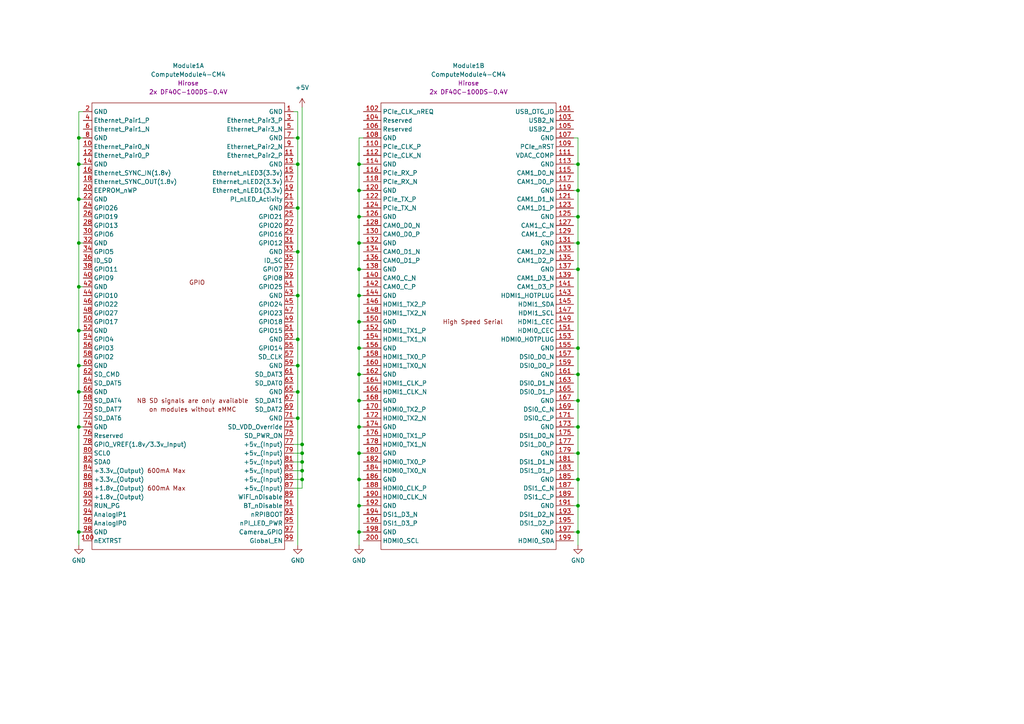
<source format=kicad_sch>
(kicad_sch (version 20211123) (generator eeschema)
  (paper "A4")
  (lib_symbols
    (symbol "CM4IO:ComputeModule4-CM4"
      (property "Reference" "Module" (at 113.03 -68.58 0))
      (property "Value" "ComputeModule4-CM4" (at 140.97 2.54 0))
      (property "Field4" "Hirose" (at 0 0 0))
      (property "Field5" "2x DF40C-100DS-0.4V" (at 0 -2.54 0))
      (symbol "ComputeModule4-CM4_1_0"
        (text "GPIO" (at 0 6.35 0) (effects (font (size 1.27 1.27))))
      )
      (symbol "ComputeModule4-CM4_1_1"
        (rectangle (start -30.48 -71.12) (end 25.4 58.42))
        (text "600mA Max" (at -8.89 -53.34 0) (effects (font (size 1.27 1.27))))
        (text "600mA Max" (at -8.89 -48.26 0) (effects (font (size 1.27 1.27))))
        (text "NB SD signals are only available" (at -1.27 -27.94 0) (effects (font (size 1.27 1.27))))
        (text "on modules without eMMC" (at -1.27 -30.48 0) (effects (font (size 1.27 1.27))))
        (pin power_in line (at 27.94 55.88 180) (length 2.54) (name "GND") (number "1"))
        (pin passive line (at -33.02 45.72 0) (length 2.54) (name "Ethernet_Pair0_N") (number "10"))
        (pin output line (at -33.02 -68.58 0) (length 2.54) (name "nEXTRST") (number "100"))
        (pin passive line (at 27.94 43.18 180) (length 2.54) (name "Ethernet_Pair2_P") (number "11"))
        (pin passive line (at -33.02 43.18 0) (length 2.54) (name "Ethernet_Pair0_P") (number "12"))
        (pin power_in line (at 27.94 40.64 180) (length 2.54) (name "GND") (number "13"))
        (pin power_in line (at -33.02 40.64 0) (length 2.54) (name "GND") (number "14"))
        (pin output line (at 27.94 38.1 180) (length 2.54) (name "Ethernet_nLED3(3.3v)") (number "15"))
        (pin input line (at -33.02 38.1 0) (length 2.54) (name "Ethernet_SYNC_IN(1.8v)") (number "16"))
        (pin output line (at 27.94 35.56 180) (length 2.54) (name "Ethernet_nLED2(3.3v)") (number "17"))
        (pin input line (at -33.02 35.56 0) (length 2.54) (name "Ethernet_SYNC_OUT(1.8v)") (number "18"))
        (pin output line (at 27.94 33.02 180) (length 2.54) (name "Ethernet_nLED1(3.3v)") (number "19"))
        (pin power_in line (at -33.02 55.88 0) (length 2.54) (name "GND") (number "2"))
        (pin passive line (at -33.02 33.02 0) (length 2.54) (name "EEPROM_nWP") (number "20"))
        (pin open_collector line (at 27.94 30.48 180) (length 2.54) (name "PI_nLED_Activity") (number "21"))
        (pin power_in line (at -33.02 30.48 0) (length 2.54) (name "GND") (number "22"))
        (pin power_in line (at 27.94 27.94 180) (length 2.54) (name "GND") (number "23"))
        (pin passive line (at -33.02 27.94 0) (length 2.54) (name "GPIO26") (number "24"))
        (pin passive line (at 27.94 25.4 180) (length 2.54) (name "GPIO21") (number "25"))
        (pin passive line (at -33.02 25.4 0) (length 2.54) (name "GPIO19") (number "26"))
        (pin passive line (at 27.94 22.86 180) (length 2.54) (name "GPIO20") (number "27"))
        (pin passive line (at -33.02 22.86 0) (length 2.54) (name "GPIO13") (number "28"))
        (pin passive line (at 27.94 20.32 180) (length 2.54) (name "GPIO16") (number "29"))
        (pin passive line (at 27.94 53.34 180) (length 2.54) (name "Ethernet_Pair3_P") (number "3"))
        (pin passive line (at -33.02 20.32 0) (length 2.54) (name "GPIO6") (number "30"))
        (pin passive line (at 27.94 17.78 180) (length 2.54) (name "GPIO12") (number "31"))
        (pin power_in line (at -33.02 17.78 0) (length 2.54) (name "GND") (number "32"))
        (pin power_in line (at 27.94 15.24 180) (length 2.54) (name "GND") (number "33"))
        (pin passive line (at -33.02 15.24 0) (length 2.54) (name "GPIO5") (number "34"))
        (pin passive line (at 27.94 12.7 180) (length 2.54) (name "ID_SC") (number "35"))
        (pin passive line (at -33.02 12.7 0) (length 2.54) (name "ID_SD") (number "36"))
        (pin passive line (at 27.94 10.16 180) (length 2.54) (name "GPIO7") (number "37"))
        (pin passive line (at -33.02 10.16 0) (length 2.54) (name "GPIO11") (number "38"))
        (pin passive line (at 27.94 7.62 180) (length 2.54) (name "GPIO8") (number "39"))
        (pin passive line (at -33.02 53.34 0) (length 2.54) (name "Ethernet_Pair1_P") (number "4"))
        (pin passive line (at -33.02 7.62 0) (length 2.54) (name "GPIO9") (number "40"))
        (pin passive line (at 27.94 5.08 180) (length 2.54) (name "GPIO25") (number "41"))
        (pin power_in line (at -33.02 5.08 0) (length 2.54) (name "GND") (number "42"))
        (pin power_in line (at 27.94 2.54 180) (length 2.54) (name "GND") (number "43"))
        (pin passive line (at -33.02 2.54 0) (length 2.54) (name "GPIO10") (number "44"))
        (pin passive line (at 27.94 0 180) (length 2.54) (name "GPIO24") (number "45"))
        (pin passive line (at -33.02 0 0) (length 2.54) (name "GPIO22") (number "46"))
        (pin passive line (at 27.94 -2.54 180) (length 2.54) (name "GPIO23") (number "47"))
        (pin passive line (at -33.02 -2.54 0) (length 2.54) (name "GPIO27") (number "48"))
        (pin passive line (at 27.94 -5.08 180) (length 2.54) (name "GPIO18") (number "49"))
        (pin passive line (at 27.94 50.8 180) (length 2.54) (name "Ethernet_Pair3_N") (number "5"))
        (pin passive line (at -33.02 -5.08 0) (length 2.54) (name "GPIO17") (number "50"))
        (pin passive line (at 27.94 -7.62 180) (length 2.54) (name "GPIO15") (number "51"))
        (pin power_in line (at -33.02 -7.62 0) (length 2.54) (name "GND") (number "52"))
        (pin power_in line (at 27.94 -10.16 180) (length 2.54) (name "GND") (number "53"))
        (pin passive line (at -33.02 -10.16 0) (length 2.54) (name "GPIO4") (number "54"))
        (pin passive line (at 27.94 -12.7 180) (length 2.54) (name "GPIO14") (number "55"))
        (pin passive line (at -33.02 -12.7 0) (length 2.54) (name "GPIO3") (number "56"))
        (pin passive line (at 27.94 -15.24 180) (length 2.54) (name "SD_CLK") (number "57"))
        (pin passive line (at -33.02 -15.24 0) (length 2.54) (name "GPIO2") (number "58"))
        (pin power_in line (at 27.94 -17.78 180) (length 2.54) (name "GND") (number "59"))
        (pin passive line (at -33.02 50.8 0) (length 2.54) (name "Ethernet_Pair1_N") (number "6"))
        (pin power_in line (at -33.02 -17.78 0) (length 2.54) (name "GND") (number "60"))
        (pin passive line (at 27.94 -20.32 180) (length 2.54) (name "SD_DAT3") (number "61"))
        (pin passive line (at -33.02 -20.32 0) (length 2.54) (name "SD_CMD") (number "62"))
        (pin passive line (at 27.94 -22.86 180) (length 2.54) (name "SD_DAT0") (number "63"))
        (pin passive line (at -33.02 -22.86 0) (length 2.54) (name "SD_DAT5") (number "64"))
        (pin power_in line (at 27.94 -25.4 180) (length 2.54) (name "GND") (number "65"))
        (pin power_in line (at -33.02 -25.4 0) (length 2.54) (name "GND") (number "66"))
        (pin passive line (at 27.94 -27.94 180) (length 2.54) (name "SD_DAT1") (number "67"))
        (pin passive line (at -33.02 -27.94 0) (length 2.54) (name "SD_DAT4") (number "68"))
        (pin passive line (at 27.94 -30.48 180) (length 2.54) (name "SD_DAT2") (number "69"))
        (pin power_in line (at 27.94 48.26 180) (length 2.54) (name "GND") (number "7"))
        (pin passive line (at -33.02 -30.48 0) (length 2.54) (name "SD_DAT7") (number "70"))
        (pin power_in line (at 27.94 -33.02 180) (length 2.54) (name "GND") (number "71"))
        (pin passive line (at -33.02 -33.02 0) (length 2.54) (name "SD_DAT6") (number "72"))
        (pin input line (at 27.94 -35.56 180) (length 2.54) (name "SD_VDD_Override") (number "73"))
        (pin power_in line (at -33.02 -35.56 0) (length 2.54) (name "GND") (number "74"))
        (pin output line (at 27.94 -38.1 180) (length 2.54) (name "SD_PWR_ON") (number "75"))
        (pin passive line (at -33.02 -38.1 0) (length 2.54) (name "Reserved") (number "76"))
        (pin power_in line (at 27.94 -40.64 180) (length 2.54) (name "+5v_(Input)") (number "77"))
        (pin power_in line (at -33.02 -40.64 0) (length 2.54) (name "GPIO_VREF(1.8v/3.3v_Input)") (number "78"))
        (pin power_in line (at 27.94 -43.18 180) (length 2.54) (name "+5v_(Input)") (number "79"))
        (pin power_in line (at -33.02 48.26 0) (length 2.54) (name "GND") (number "8"))
        (pin passive line (at -33.02 -43.18 0) (length 2.54) (name "SCL0") (number "80"))
        (pin power_in line (at 27.94 -45.72 180) (length 2.54) (name "+5v_(Input)") (number "81"))
        (pin passive line (at -33.02 -45.72 0) (length 2.54) (name "SDA0") (number "82"))
        (pin power_in line (at 27.94 -48.26 180) (length 2.54) (name "+5v_(Input)") (number "83"))
        (pin power_out line (at -33.02 -48.26 0) (length 2.54) (name "+3.3v_(Output)") (number "84"))
        (pin power_in line (at 27.94 -50.8 180) (length 2.54) (name "+5v_(Input)") (number "85"))
        (pin power_out line (at -33.02 -50.8 0) (length 2.54) (name "+3.3v_(Output)") (number "86"))
        (pin power_in line (at 27.94 -53.34 180) (length 2.54) (name "+5v_(Input)") (number "87"))
        (pin power_out line (at -33.02 -53.34 0) (length 2.54) (name "+1.8v_(Output)") (number "88"))
        (pin power_in line (at 27.94 -55.88 180) (length 2.54) (name "WiFi_nDisable") (number "89"))
        (pin passive line (at 27.94 45.72 180) (length 2.54) (name "Ethernet_Pair2_N") (number "9"))
        (pin power_out line (at -33.02 -55.88 0) (length 2.54) (name "+1.8v_(Output)") (number "90"))
        (pin power_in line (at 27.94 -58.42 180) (length 2.54) (name "BT_nDisable") (number "91"))
        (pin passive line (at -33.02 -58.42 0) (length 2.54) (name "RUN_PG") (number "92"))
        (pin input line (at 27.94 -60.96 180) (length 2.54) (name "nRPIBOOT") (number "93"))
        (pin passive line (at -33.02 -60.96 0) (length 2.54) (name "AnalogIP1") (number "94"))
        (pin output line (at 27.94 -63.5 180) (length 2.54) (name "nPI_LED_PWR") (number "95"))
        (pin passive line (at -33.02 -63.5 0) (length 2.54) (name "AnalogIP0") (number "96"))
        (pin passive line (at 27.94 -66.04 180) (length 2.54) (name "Camera_GPIO") (number "97"))
        (pin power_in line (at -33.02 -66.04 0) (length 2.54) (name "GND") (number "98"))
        (pin input line (at 27.94 -68.58 180) (length 2.54) (name "Global_EN") (number "99"))
      )
      (symbol "ComputeModule4-CM4_2_1"
        (rectangle (start 114.3 -66.04) (end 165.1 63.5))
        (text "High Speed Serial" (at 140.97 0 0) (effects (font (size 1.27 1.27))))
        (pin input line (at 170.18 60.96 180) (length 5.08) (name "USB_OTG_ID") (number "101"))
        (pin input line (at 109.22 60.96 0) (length 5.08) (name "PCIe_CLK_nREQ") (number "102"))
        (pin passive line (at 170.18 58.42 180) (length 5.08) (name "USB2_N") (number "103"))
        (pin passive line (at 109.22 58.42 0) (length 5.08) (name "Reserved") (number "104"))
        (pin passive line (at 170.18 55.88 180) (length 5.08) (name "USB2_P") (number "105"))
        (pin passive line (at 109.22 55.88 0) (length 5.08) (name "Reserved") (number "106"))
        (pin power_in line (at 170.18 53.34 180) (length 5.08) (name "GND") (number "107"))
        (pin power_in line (at 109.22 53.34 0) (length 5.08) (name "GND") (number "108"))
        (pin bidirectional line (at 170.18 50.8 180) (length 5.08) (name "PCIe_nRST") (number "109"))
        (pin output line (at 109.22 50.8 0) (length 5.08) (name "PCIe_CLK_P") (number "110"))
        (pin passive line (at 170.18 48.26 180) (length 5.08) (name "VDAC_COMP") (number "111"))
        (pin output line (at 109.22 48.26 0) (length 5.08) (name "PCIe_CLK_N") (number "112"))
        (pin power_in line (at 170.18 45.72 180) (length 5.08) (name "GND") (number "113"))
        (pin power_in line (at 109.22 45.72 0) (length 5.08) (name "GND") (number "114"))
        (pin input line (at 170.18 43.18 180) (length 5.08) (name "CAM1_D0_N") (number "115"))
        (pin input line (at 109.22 43.18 0) (length 5.08) (name "PCIe_RX_P") (number "116"))
        (pin input line (at 170.18 40.64 180) (length 5.08) (name "CAM1_D0_P") (number "117"))
        (pin input line (at 109.22 40.64 0) (length 5.08) (name "PCIe_RX_N") (number "118"))
        (pin power_in line (at 170.18 38.1 180) (length 5.08) (name "GND") (number "119"))
        (pin power_in line (at 109.22 38.1 0) (length 5.08) (name "GND") (number "120"))
        (pin input line (at 170.18 35.56 180) (length 5.08) (name "CAM1_D1_N") (number "121"))
        (pin output line (at 109.22 35.56 0) (length 5.08) (name "PCIe_TX_P") (number "122"))
        (pin input line (at 170.18 33.02 180) (length 5.08) (name "CAM1_D1_P") (number "123"))
        (pin output line (at 109.22 33.02 0) (length 5.08) (name "PCIe_TX_N") (number "124"))
        (pin power_in line (at 170.18 30.48 180) (length 5.08) (name "GND") (number "125"))
        (pin power_in line (at 109.22 30.48 0) (length 5.08) (name "GND") (number "126"))
        (pin input line (at 170.18 27.94 180) (length 5.08) (name "CAM1_C_N") (number "127"))
        (pin input line (at 109.22 27.94 0) (length 5.08) (name "CAM0_D0_N") (number "128"))
        (pin input line (at 170.18 25.4 180) (length 5.08) (name "CAM1_C_P") (number "129"))
        (pin input line (at 109.22 25.4 0) (length 5.08) (name "CAM0_D0_P") (number "130"))
        (pin power_in line (at 170.18 22.86 180) (length 5.08) (name "GND") (number "131"))
        (pin power_in line (at 109.22 22.86 0) (length 5.08) (name "GND") (number "132"))
        (pin input line (at 170.18 20.32 180) (length 5.08) (name "CAM1_D2_N") (number "133"))
        (pin input line (at 109.22 20.32 0) (length 5.08) (name "CAM0_D1_N") (number "134"))
        (pin input line (at 170.18 17.78 180) (length 5.08) (name "CAM1_D2_P") (number "135"))
        (pin input line (at 109.22 17.78 0) (length 5.08) (name "CAM0_D1_P") (number "136"))
        (pin power_in line (at 170.18 15.24 180) (length 5.08) (name "GND") (number "137"))
        (pin power_in line (at 109.22 15.24 0) (length 5.08) (name "GND") (number "138"))
        (pin input line (at 170.18 12.7 180) (length 5.08) (name "CAM1_D3_N") (number "139"))
        (pin input line (at 109.22 12.7 0) (length 5.08) (name "CAM0_C_N") (number "140"))
        (pin input line (at 170.18 10.16 180) (length 5.08) (name "CAM1_D3_P") (number "141"))
        (pin input line (at 109.22 10.16 0) (length 5.08) (name "CAM0_C_P") (number "142"))
        (pin input line (at 170.18 7.62 180) (length 5.08) (name "HDMI1_HOTPLUG") (number "143"))
        (pin power_in line (at 109.22 7.62 0) (length 5.08) (name "GND") (number "144"))
        (pin bidirectional line (at 170.18 5.08 180) (length 5.08) (name "HDMI1_SDA") (number "145"))
        (pin output line (at 109.22 5.08 0) (length 5.08) (name "HDMI1_TX2_P") (number "146"))
        (pin open_collector line (at 170.18 2.54 180) (length 5.08) (name "HDMI1_SCL") (number "147"))
        (pin output line (at 109.22 2.54 0) (length 5.08) (name "HDMI1_TX2_N") (number "148"))
        (pin open_collector line (at 170.18 0 180) (length 5.08) (name "HDMI1_CEC") (number "149"))
        (pin power_in line (at 109.22 0 0) (length 5.08) (name "GND") (number "150"))
        (pin open_collector line (at 170.18 -2.54 180) (length 5.08) (name "HDMI0_CEC") (number "151"))
        (pin output line (at 109.22 -2.54 0) (length 5.08) (name "HDMI1_TX1_P") (number "152"))
        (pin input line (at 170.18 -5.08 180) (length 5.08) (name "HDMI0_HOTPLUG") (number "153"))
        (pin output line (at 109.22 -5.08 0) (length 5.08) (name "HDMI1_TX1_N") (number "154"))
        (pin power_in line (at 170.18 -7.62 180) (length 5.08) (name "GND") (number "155"))
        (pin power_in line (at 109.22 -7.62 0) (length 5.08) (name "GND") (number "156"))
        (pin output line (at 170.18 -10.16 180) (length 5.08) (name "DSI0_D0_N") (number "157"))
        (pin output line (at 109.22 -10.16 0) (length 5.08) (name "HDMI1_TX0_P") (number "158"))
        (pin output line (at 170.18 -12.7 180) (length 5.08) (name "DSI0_D0_P") (number "159"))
        (pin output line (at 109.22 -12.7 0) (length 5.08) (name "HDMI1_TX0_N") (number "160"))
        (pin power_in line (at 170.18 -15.24 180) (length 5.08) (name "GND") (number "161"))
        (pin power_in line (at 109.22 -15.24 0) (length 5.08) (name "GND") (number "162"))
        (pin output line (at 170.18 -17.78 180) (length 5.08) (name "DSI0_D1_N") (number "163"))
        (pin output line (at 109.22 -17.78 0) (length 5.08) (name "HDMI1_CLK_P") (number "164"))
        (pin output line (at 170.18 -20.32 180) (length 5.08) (name "DSI0_D1_P") (number "165"))
        (pin output line (at 109.22 -20.32 0) (length 5.08) (name "HDMI1_CLK_N") (number "166"))
        (pin power_in line (at 170.18 -22.86 180) (length 5.08) (name "GND") (number "167"))
        (pin power_in line (at 109.22 -22.86 0) (length 5.08) (name "GND") (number "168"))
        (pin output line (at 170.18 -25.4 180) (length 5.08) (name "DSI0_C_N") (number "169"))
        (pin output line (at 109.22 -25.4 0) (length 5.08) (name "HDMI0_TX2_P") (number "170"))
        (pin output line (at 170.18 -27.94 180) (length 5.08) (name "DSI0_C_P") (number "171"))
        (pin output line (at 109.22 -27.94 0) (length 5.08) (name "HDMI0_TX2_N") (number "172"))
        (pin power_in line (at 170.18 -30.48 180) (length 5.08) (name "GND") (number "173"))
        (pin power_in line (at 109.22 -30.48 0) (length 5.08) (name "GND") (number "174"))
        (pin output line (at 170.18 -33.02 180) (length 5.08) (name "DSI1_D0_N") (number "175"))
        (pin output line (at 109.22 -33.02 0) (length 5.08) (name "HDMI0_TX1_P") (number "176"))
        (pin output line (at 170.18 -35.56 180) (length 5.08) (name "DSI1_D0_P") (number "177"))
        (pin output line (at 109.22 -35.56 0) (length 5.08) (name "HDMI0_TX1_N") (number "178"))
        (pin power_in line (at 170.18 -38.1 180) (length 5.08) (name "GND") (number "179"))
        (pin power_in line (at 109.22 -38.1 0) (length 5.08) (name "GND") (number "180"))
        (pin output line (at 170.18 -40.64 180) (length 5.08) (name "DSI1_D1_N") (number "181"))
        (pin output line (at 109.22 -40.64 0) (length 5.08) (name "HDMI0_TX0_P") (number "182"))
        (pin output line (at 170.18 -43.18 180) (length 5.08) (name "DSI1_D1_P") (number "183"))
        (pin output line (at 109.22 -43.18 0) (length 5.08) (name "HDMI0_TX0_N") (number "184"))
        (pin power_in line (at 170.18 -45.72 180) (length 5.08) (name "GND") (number "185"))
        (pin power_in line (at 109.22 -45.72 0) (length 5.08) (name "GND") (number "186"))
        (pin output line (at 170.18 -48.26 180) (length 5.08) (name "DSI1_C_N") (number "187"))
        (pin output line (at 109.22 -48.26 0) (length 5.08) (name "HDMI0_CLK_P") (number "188"))
        (pin output line (at 170.18 -50.8 180) (length 5.08) (name "DSI1_C_P") (number "189"))
        (pin output line (at 109.22 -50.8 0) (length 5.08) (name "HDMI0_CLK_N") (number "190"))
        (pin power_in line (at 170.18 -53.34 180) (length 5.08) (name "GND") (number "191"))
        (pin power_in line (at 109.22 -53.34 0) (length 5.08) (name "GND") (number "192"))
        (pin output line (at 170.18 -55.88 180) (length 5.08) (name "DSI1_D2_N") (number "193"))
        (pin output line (at 109.22 -55.88 0) (length 5.08) (name "DSI1_D3_N") (number "194"))
        (pin output line (at 170.18 -58.42 180) (length 5.08) (name "DSI1_D2_P") (number "195"))
        (pin output line (at 109.22 -58.42 0) (length 5.08) (name "DSI1_D3_P") (number "196"))
        (pin power_in line (at 170.18 -60.96 180) (length 5.08) (name "GND") (number "197"))
        (pin power_in line (at 109.22 -60.96 0) (length 5.08) (name "GND") (number "198"))
        (pin bidirectional line (at 170.18 -63.5 180) (length 5.08) (name "HDMI0_SDA") (number "199"))
        (pin open_collector line (at 109.22 -63.5 0) (length 5.08) (name "HDMI0_SCL") (number "200"))
      )
    )
    (symbol "power:+5V" (power) (pin_names (offset 0))
      (property "Value" "+5V" (at 0 3.556 0))
      (symbol "+5V_0_1"
        (polyline (pts (xy -0.762 1.27) (xy 0 2.54)))
        (polyline (pts (xy 0 0) (xy 0 2.54)))
        (polyline (pts (xy 0 2.54) (xy 0.762 1.27)))
      )
      (symbol "+5V_1_1"
        (pin power_in line (at 0 0 90) (length 0) hide (name "+5V") (number "1"))
      )
    )
    (symbol "power:GND" (power) (pin_names (offset 0))
      (property "Value" "GND" (at 0 -3.81 0))
      (symbol "GND_0_1"
        (polyline (pts (xy 0 0) (xy 0 -1.27) (xy 1.27 -1.27) (xy 0 -2.54) (xy -1.27 -1.27) (xy 0 -1.27)))
      )
      (symbol "GND_1_1"
        (pin power_in line (at 0 0 270) (length 0) hide (name "GND") (number "1"))
      )
    )
  )
  (junction (at 22.86 113.665))
  (junction (at 86.36 113.665))
  (junction (at 86.36 98.425))
  (junction (at 22.86 106.045))
  (junction (at 104.14 78.105))
  (junction (at 104.14 154.305))
  (junction (at 87.63 128.905))
  (junction (at 104.14 55.245))
  (junction (at 167.64 62.865))
  (junction (at 86.36 106.045))
  (junction (at 22.86 95.885))
  (junction (at 104.14 93.345))
  (junction (at 167.64 131.445))
  (junction (at 104.14 146.685))
  (junction (at 22.86 47.625))
  (junction (at 87.63 139.065))
  (junction (at 87.63 136.525))
  (junction (at 87.63 131.445))
  (junction (at 104.14 62.865))
  (junction (at 104.14 85.725))
  (junction (at 104.14 116.205))
  (junction (at 104.14 70.485))
  (junction (at 86.36 60.325))
  (junction (at 22.86 123.825))
  (junction (at 167.64 108.585))
  (junction (at 86.36 47.625))
  (junction (at 22.86 154.305))
  (junction (at 167.64 47.625))
  (junction (at 22.86 83.185))
  (junction (at 167.64 78.105))
  (junction (at 104.14 108.585))
  (junction (at 104.14 100.965))
  (junction (at 167.64 123.825))
  (junction (at 167.64 55.245))
  (junction (at 167.64 100.965))
  (junction (at 104.14 139.065))
  (junction (at 86.36 121.285))
  (junction (at 22.86 40.005))
  (junction (at 86.36 73.025))
  (junction (at 167.64 116.205))
  (junction (at 22.86 70.485))
  (junction (at 87.63 133.985))
  (junction (at 104.14 123.825))
  (junction (at 167.64 70.485))
  (junction (at 86.36 40.005))
  (junction (at 104.14 47.625))
  (junction (at 86.36 85.725))
  (junction (at 167.64 146.685))
  (junction (at 167.64 139.065))
  (junction (at 167.64 154.305))
  (junction (at 22.86 57.785))
  (junction (at 104.14 131.445))
  (wire (pts (xy 86.36 73.025) (xy 86.36 85.725)))
  (wire (pts (xy 104.14 85.725) (xy 104.14 93.345)))
  (wire (pts (xy 24.13 57.785) (xy 22.86 57.785)))
  (wire (pts (xy 105.41 146.685) (xy 104.14 146.685)))
  (wire (pts (xy 22.86 95.885) (xy 22.86 106.045)))
  (wire (pts (xy 24.13 83.185) (xy 22.86 83.185)))
  (wire (pts (xy 166.37 154.305) (xy 167.64 154.305)))
  (wire (pts (xy 105.41 123.825) (xy 104.14 123.825)))
  (wire (pts (xy 167.64 70.485) (xy 167.64 78.105)))
  (wire (pts (xy 104.14 139.065) (xy 104.14 146.685)))
  (wire (pts (xy 166.37 62.865) (xy 167.64 62.865)))
  (wire (pts (xy 85.09 40.005) (xy 86.36 40.005)))
  (wire (pts (xy 166.37 100.965) (xy 167.64 100.965)))
  (wire (pts (xy 24.13 40.005) (xy 22.86 40.005)))
  (wire (pts (xy 104.14 40.005) (xy 104.14 47.625)))
  (wire (pts (xy 24.13 106.045) (xy 22.86 106.045)))
  (wire (pts (xy 104.14 123.825) (xy 104.14 131.445)))
  (wire (pts (xy 85.09 128.905) (xy 87.63 128.905)))
  (wire (pts (xy 24.13 113.665) (xy 22.86 113.665)))
  (wire (pts (xy 105.41 154.305) (xy 104.14 154.305)))
  (wire (pts (xy 87.63 136.525) (xy 87.63 133.985)))
  (wire (pts (xy 105.41 78.105) (xy 104.14 78.105)))
  (wire (pts (xy 167.64 40.005) (xy 167.64 47.625)))
  (wire (pts (xy 167.64 123.825) (xy 167.64 131.445)))
  (wire (pts (xy 85.09 136.525) (xy 87.63 136.525)))
  (wire (pts (xy 86.36 113.665) (xy 86.36 121.285)))
  (wire (pts (xy 85.09 60.325) (xy 86.36 60.325)))
  (wire (pts (xy 105.41 70.485) (xy 104.14 70.485)))
  (wire (pts (xy 85.09 106.045) (xy 86.36 106.045)))
  (wire (pts (xy 87.63 131.445) (xy 87.63 128.905)))
  (wire (pts (xy 85.09 85.725) (xy 86.36 85.725)))
  (wire (pts (xy 166.37 139.065) (xy 167.64 139.065)))
  (wire (pts (xy 166.37 146.685) (xy 167.64 146.685)))
  (wire (pts (xy 87.63 31.115) (xy 87.63 128.905)))
  (wire (pts (xy 105.41 139.065) (xy 104.14 139.065)))
  (wire (pts (xy 85.09 73.025) (xy 86.36 73.025)))
  (wire (pts (xy 24.13 47.625) (xy 22.86 47.625)))
  (wire (pts (xy 22.86 47.625) (xy 22.86 57.785)))
  (wire (pts (xy 167.64 154.305) (xy 167.64 158.115)))
  (wire (pts (xy 167.64 55.245) (xy 167.64 62.865)))
  (wire (pts (xy 167.64 116.205) (xy 167.64 123.825)))
  (wire (pts (xy 104.14 116.205) (xy 104.14 123.825)))
  (wire (pts (xy 104.14 78.105) (xy 104.14 85.725)))
  (wire (pts (xy 167.64 146.685) (xy 167.64 154.305)))
  (wire (pts (xy 22.86 113.665) (xy 22.86 123.825)))
  (wire (pts (xy 22.86 32.385) (xy 22.86 40.005)))
  (wire (pts (xy 85.09 141.605) (xy 87.63 141.605)))
  (wire (pts (xy 166.37 78.105) (xy 167.64 78.105)))
  (wire (pts (xy 87.63 133.985) (xy 87.63 131.445)))
  (wire (pts (xy 86.36 60.325) (xy 86.36 73.025)))
  (wire (pts (xy 86.36 85.725) (xy 86.36 98.425)))
  (wire (pts (xy 167.64 62.865) (xy 167.64 70.485)))
  (wire (pts (xy 104.14 146.685) (xy 104.14 154.305)))
  (wire (pts (xy 104.14 55.245) (xy 104.14 62.865)))
  (wire (pts (xy 105.41 62.865) (xy 104.14 62.865)))
  (wire (pts (xy 85.09 139.065) (xy 87.63 139.065)))
  (wire (pts (xy 166.37 123.825) (xy 167.64 123.825)))
  (wire (pts (xy 22.86 40.005) (xy 22.86 47.625)))
  (wire (pts (xy 86.36 98.425) (xy 86.36 106.045)))
  (wire (pts (xy 85.09 47.625) (xy 86.36 47.625)))
  (wire (pts (xy 24.13 154.305) (xy 22.86 154.305)))
  (wire (pts (xy 104.14 93.345) (xy 104.14 100.965)))
  (wire (pts (xy 167.64 131.445) (xy 167.64 139.065)))
  (wire (pts (xy 166.37 70.485) (xy 167.64 70.485)))
  (wire (pts (xy 85.09 32.385) (xy 86.36 32.385)))
  (wire (pts (xy 24.13 32.385) (xy 22.86 32.385)))
  (wire (pts (xy 85.09 133.985) (xy 87.63 133.985)))
  (wire (pts (xy 104.14 108.585) (xy 104.14 116.205)))
  (wire (pts (xy 166.37 55.245) (xy 167.64 55.245)))
  (wire (pts (xy 167.64 78.105) (xy 167.64 100.965)))
  (wire (pts (xy 105.41 116.205) (xy 104.14 116.205)))
  (wire (pts (xy 86.36 40.005) (xy 86.36 47.625)))
  (wire (pts (xy 167.64 108.585) (xy 167.64 116.205)))
  (wire (pts (xy 86.36 47.625) (xy 86.36 60.325)))
  (wire (pts (xy 22.86 57.785) (xy 22.86 70.485)))
  (wire (pts (xy 166.37 116.205) (xy 167.64 116.205)))
  (wire (pts (xy 87.63 139.065) (xy 87.63 136.525)))
  (wire (pts (xy 104.14 70.485) (xy 104.14 78.105)))
  (wire (pts (xy 104.14 100.965) (xy 104.14 108.585)))
  (wire (pts (xy 22.86 83.185) (xy 22.86 95.885)))
  (wire (pts (xy 85.09 121.285) (xy 86.36 121.285)))
  (wire (pts (xy 104.14 47.625) (xy 104.14 55.245)))
  (wire (pts (xy 24.13 95.885) (xy 22.86 95.885)))
  (wire (pts (xy 104.14 131.445) (xy 104.14 139.065)))
  (wire (pts (xy 105.41 108.585) (xy 104.14 108.585)))
  (wire (pts (xy 85.09 131.445) (xy 87.63 131.445)))
  (wire (pts (xy 167.64 47.625) (xy 167.64 55.245)))
  (wire (pts (xy 24.13 70.485) (xy 22.86 70.485)))
  (wire (pts (xy 87.63 141.605) (xy 87.63 139.065)))
  (wire (pts (xy 166.37 108.585) (xy 167.64 108.585)))
  (wire (pts (xy 86.36 106.045) (xy 86.36 113.665)))
  (wire (pts (xy 105.41 93.345) (xy 104.14 93.345)))
  (wire (pts (xy 85.09 98.425) (xy 86.36 98.425)))
  (wire (pts (xy 166.37 47.625) (xy 167.64 47.625)))
  (wire (pts (xy 167.64 100.965) (xy 167.64 108.585)))
  (wire (pts (xy 167.64 139.065) (xy 167.64 146.685)))
  (wire (pts (xy 22.86 123.825) (xy 22.86 154.305)))
  (wire (pts (xy 105.41 131.445) (xy 104.14 131.445)))
  (wire (pts (xy 104.14 62.865) (xy 104.14 70.485)))
  (wire (pts (xy 22.86 70.485) (xy 22.86 83.185)))
  (wire (pts (xy 104.14 154.305) (xy 104.14 158.115)))
  (wire (pts (xy 24.13 123.825) (xy 22.86 123.825)))
  (wire (pts (xy 166.37 131.445) (xy 167.64 131.445)))
  (wire (pts (xy 22.86 154.305) (xy 22.86 158.115)))
  (wire (pts (xy 105.41 55.245) (xy 104.14 55.245)))
  (wire (pts (xy 86.36 32.385) (xy 86.36 40.005)))
  (wire (pts (xy 86.36 121.285) (xy 86.36 158.115)))
  (wire (pts (xy 85.09 113.665) (xy 86.36 113.665)))
  (wire (pts (xy 22.86 106.045) (xy 22.86 113.665)))
  (wire (pts (xy 105.41 85.725) (xy 104.14 85.725)))
  (wire (pts (xy 166.37 40.005) (xy 167.64 40.005)))
  (wire (pts (xy 105.41 100.965) (xy 104.14 100.965)))
  (wire (pts (xy 105.41 40.005) (xy 104.14 40.005)))
  (wire (pts (xy 105.41 47.625) (xy 104.14 47.625)))
  (symbol (lib_id "CM4IO:ComputeModule4-CM4") (at -3.81 93.345 0) (unit 2)
    (property "Reference" "Module1" (at 135.89 19.05 0))
    (property "Value" "ComputeModule4-CM4" (at 135.89 21.59 0))
    (property "Footprint" "CM4IO:Raspberry-Pi-4-Compute-Module" (effects hide))
    (property "Field4" "Hirose" (at 135.89 24.13 0))
    (property "Field5" "2x DF40C-100DS-0.4V" (at 135.89 26.67 0))
  )
  (symbol (lib_id "power:GND") (at 86.36 158.115 0) (unit 1)
    (property "Reference" "#PWR0104" (effects hide))
    (property "Value" "GND" (at 86.36 162.56 0))
  )
  (symbol (lib_id "power:GND") (at 22.86 158.115 0) (unit 1)
    (property "Reference" "#PWR0107" (effects hide))
    (property "Value" "GND" (at 22.86 162.56 0))
  )
  (symbol (lib_id "CM4IO:ComputeModule4-CM4") (at 57.15 88.265 0) (unit 1)
    (property "Reference" "Module1" (at 54.61 19.05 0))
    (property "Value" "ComputeModule4-CM4" (at 54.61 21.59 0))
    (property "Footprint" "CM4IO:Raspberry-Pi-4-Compute-Module" (effects hide))
    (property "Field4" "Hirose" (at 54.61 24.13 0))
    (property "Field5" "2x DF40C-100DS-0.4V" (at 54.61 26.67 0))
  )
  (symbol (lib_id "power:+5V") (at 87.63 31.115 0) (unit 1)
    (property "Reference" "#PWR0108" (effects hide))
    (property "Value" "+5V" (at 87.63 25.4 0))
  )
  (symbol (lib_id "power:GND") (at 104.14 158.115 0) (unit 1)
    (property "Reference" "#PWR0105" (effects hide))
    (property "Value" "GND" (at 104.14 162.56 0))
  )
  (symbol (lib_id "power:GND") (at 167.64 158.115 0) (unit 1)
    (property "Reference" "#PWR0106" (effects hide))
    (property "Value" "GND" (at 167.64 162.56 0))
  )
)
</source>
